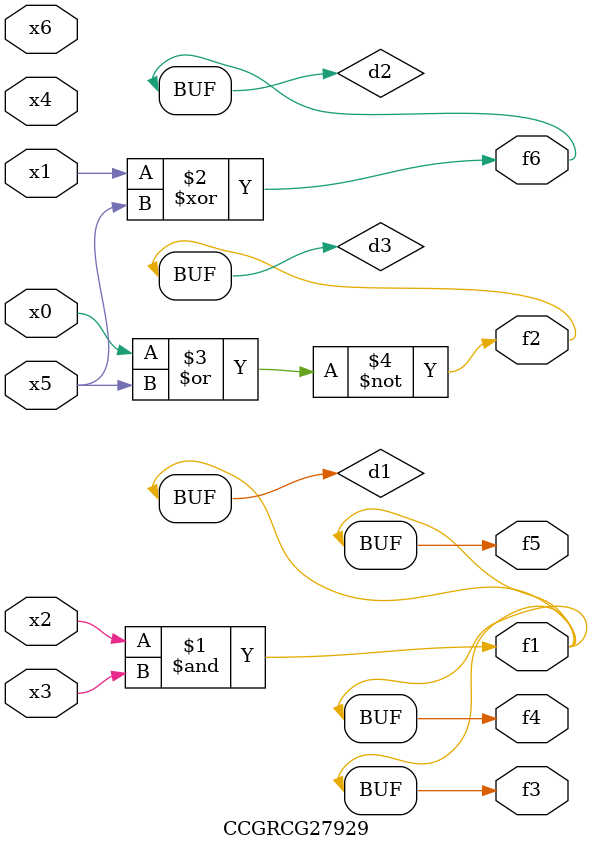
<source format=v>
module CCGRCG27929(
	input x0, x1, x2, x3, x4, x5, x6,
	output f1, f2, f3, f4, f5, f6
);

	wire d1, d2, d3;

	and (d1, x2, x3);
	xor (d2, x1, x5);
	nor (d3, x0, x5);
	assign f1 = d1;
	assign f2 = d3;
	assign f3 = d1;
	assign f4 = d1;
	assign f5 = d1;
	assign f6 = d2;
endmodule

</source>
